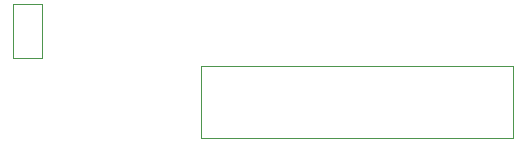
<source format=gbr>
%TF.GenerationSoftware,KiCad,Pcbnew,8.0.7-unknown-202501031821~9d36205ced~ubuntu20.04.1*%
%TF.CreationDate,2025-02-02T17:40:00-03:00*%
%TF.ProjectId,Wise-Shield-32,57697365-2d53-4686-9965-6c642d33322e,1*%
%TF.SameCoordinates,Original*%
%TF.FileFunction,Other,User*%
%FSLAX46Y46*%
G04 Gerber Fmt 4.6, Leading zero omitted, Abs format (unit mm)*
G04 Created by KiCad (PCBNEW 8.0.7-unknown-202501031821~9d36205ced~ubuntu20.04.1) date 2025-02-02 17:40:00*
%MOMM*%
%LPD*%
G01*
G04 APERTURE LIST*
%ADD10C,0.050000*%
G04 APERTURE END LIST*
D10*
%TO.C,J1*%
X114180000Y-73200000D02*
X140580000Y-73200000D01*
X114180000Y-79300000D02*
X114180000Y-73200000D01*
X140580000Y-73200000D02*
X140580000Y-79300000D01*
X140580000Y-79300000D02*
X114180000Y-79300000D01*
%TO.C,JP1*%
X98250000Y-72500000D02*
X98250000Y-67900000D01*
X98250000Y-72500000D02*
X100750000Y-72500000D01*
X100750000Y-67900000D02*
X98250000Y-67900000D01*
X100750000Y-67900000D02*
X100750000Y-72500000D01*
%TD*%
M02*

</source>
